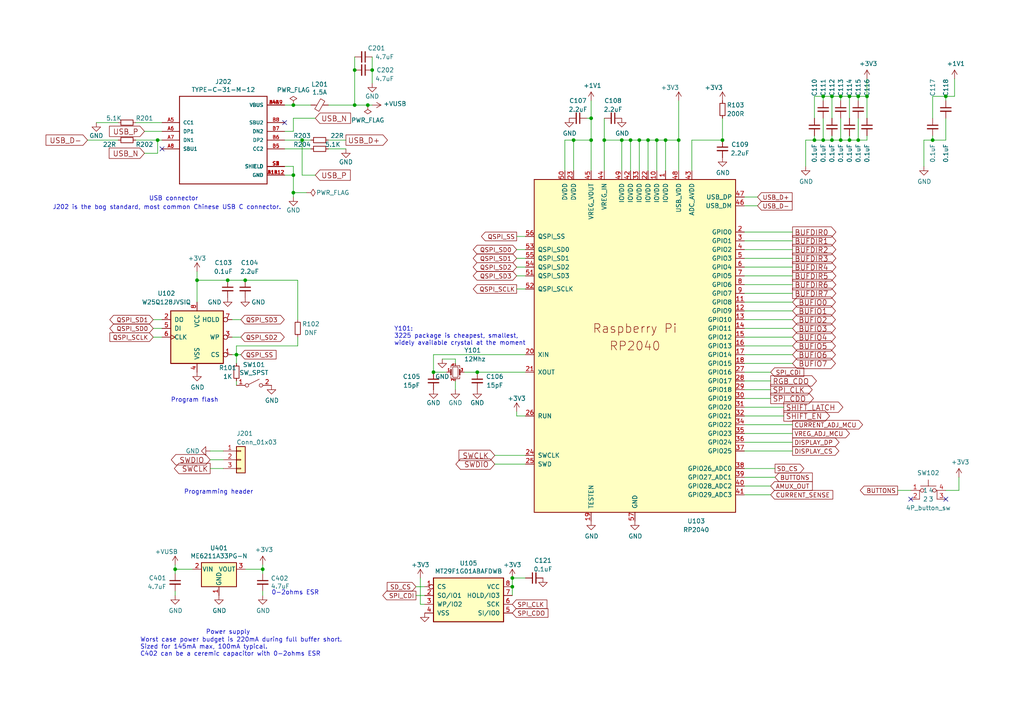
<source format=kicad_sch>
(kicad_sch (version 20231120) (generator "eeschema") (generator_version "8.0")
  (paper "A4")
  (lib_symbols
    (symbol "Connector_Generic:Conn_01x03" (pin_names (offset 1.016) hide)
      (property "Reference" "J" (at 0 5.08 0))
      (property "Value" "Conn_01x03" (at 0 -5.08 0))
      (symbol "Conn_01x03_1_1"
        (pin passive line (at -5.08 2.54 0) (length 3.81) (name "Pin_1") (number "1"))
        (pin passive line (at -5.08 0 0) (length 3.81) (name "Pin_2") (number "2"))
        (pin passive line (at -5.08 -2.54 0) (length 3.81) (name "Pin_3") (number "3"))
      )
    )
    (symbol "Device:C_Small" (pin_numbers hide) (pin_names (offset 0.254) hide)
      (property "Reference" "C" (at 0.254 1.778 0))
      (property "Value" "C_Small" (at 0.254 -2.032 0))
      (symbol "C_Small_1_1"
        (pin passive line (at 0 2.54 270) (length 2.032) (name "~") (number "1"))
        (pin passive line (at 0 -2.54 90) (length 2.032) (name "~") (number "2"))
      )
    )
    (symbol "Device:Crystal_GND24_Small" (pin_names (offset 1.016) hide)
      (property "Reference" "Y" (at 1.27 4.445 0))
      (property "Value" "Crystal_GND24_Small" (at 1.27 2.54 0))
      (symbol "Crystal_GND24_Small_1_1"
        (pin passive line (at -2.54 0 0) (length 1.27) (name "1") (number "1"))
        (pin passive line (at 0 -2.54 90) (length 0.635) (name "2") (number "2"))
        (pin passive line (at 2.54 0 180) (length 1.27) (name "3") (number "3"))
        (pin passive line (at 0 2.54 270) (length 0.635) (name "4") (number "4"))
      )
    )
    (symbol "Device:R_Small" (pin_numbers hide) (pin_names (offset 0.254) hide)
      (property "Reference" "R" (at 0.762 0.508 0))
      (property "Value" "R_Small" (at 0.762 -1.016 0))
      (symbol "R_Small_1_1"
        (pin passive line (at 0 2.54 270) (length 0.762) (name "~") (number "1"))
        (pin passive line (at 0 -2.54 90) (length 0.762) (name "~") (number "2"))
      )
    )
    (symbol "RP_Silicon:RP2040" (pin_names (offset 1.016))
      (property "Reference" "U" (at -29.21 49.53 0))
      (property "Value" "RP2040" (at 24.13 -49.53 0))
      (symbol "RP2040_0_0"
        (text "Raspberry Pi" (at 0 5.08 0) (effects (font (size 2.54 2.54))))
        (text "RP2040" (at 0 0 0) (effects (font (size 2.54 2.54))))
      )
      (symbol "RP2040_1_1"
        (pin power_in line (at 8.89 50.8 270) (length 2.54) (name "IOVDD") (number "1"))
        (pin power_in line (at 6.35 50.8 270) (length 2.54) (name "IOVDD") (number "10"))
        (pin bidirectional line (at 31.75 12.7 180) (length 2.54) (name "GPIO8") (number "11"))
        (pin bidirectional line (at 31.75 10.16 180) (length 2.54) (name "GPIO9") (number "12"))
        (pin bidirectional line (at 31.75 7.62 180) (length 2.54) (name "GPIO10") (number "13"))
        (pin bidirectional line (at 31.75 5.08 180) (length 2.54) (name "GPIO11") (number "14"))
        (pin bidirectional line (at 31.75 2.54 180) (length 2.54) (name "GPIO12") (number "15"))
        (pin bidirectional line (at 31.75 0 180) (length 2.54) (name "GPIO13") (number "16"))
        (pin bidirectional line (at 31.75 -2.54 180) (length 2.54) (name "GPIO14") (number "17"))
        (pin bidirectional line (at 31.75 -5.08 180) (length 2.54) (name "GPIO15") (number "18"))
        (pin passive line (at -12.7 -50.8 90) (length 2.54) (name "TESTEN") (number "19"))
        (pin bidirectional line (at 31.75 33.02 180) (length 2.54) (name "GPIO0") (number "2"))
        (pin input line (at -31.75 -2.54 0) (length 2.54) (name "XIN") (number "20"))
        (pin passive line (at -31.75 -7.62 0) (length 2.54) (name "XOUT") (number "21"))
        (pin power_in line (at 3.81 50.8 270) (length 2.54) (name "IOVDD") (number "22"))
        (pin power_in line (at -17.78 50.8 270) (length 2.54) (name "DVDD") (number "23"))
        (pin output line (at -31.75 -31.75 0) (length 2.54) (name "SWCLK") (number "24"))
        (pin bidirectional line (at -31.75 -34.29 0) (length 2.54) (name "SWD") (number "25"))
        (pin input line (at -31.75 -20.32 0) (length 2.54) (name "RUN") (number "26"))
        (pin bidirectional line (at 31.75 -7.62 180) (length 2.54) (name "GPIO16") (number "27"))
        (pin bidirectional line (at 31.75 -10.16 180) (length 2.54) (name "GPIO17") (number "28"))
        (pin bidirectional line (at 31.75 -12.7 180) (length 2.54) (name "GPIO18") (number "29"))
        (pin bidirectional line (at 31.75 30.48 180) (length 2.54) (name "GPIO1") (number "3"))
        (pin bidirectional line (at 31.75 -15.24 180) (length 2.54) (name "GPIO19") (number "30"))
        (pin bidirectional line (at 31.75 -17.78 180) (length 2.54) (name "GPIO20") (number "31"))
        (pin bidirectional line (at 31.75 -20.32 180) (length 2.54) (name "GPIO21") (number "32"))
        (pin power_in line (at 1.27 50.8 270) (length 2.54) (name "IOVDD") (number "33"))
        (pin bidirectional line (at 31.75 -22.86 180) (length 2.54) (name "GPIO22") (number "34"))
        (pin bidirectional line (at 31.75 -25.4 180) (length 2.54) (name "GPIO23") (number "35"))
        (pin bidirectional line (at 31.75 -27.94 180) (length 2.54) (name "GPIO24") (number "36"))
        (pin bidirectional line (at 31.75 -30.48 180) (length 2.54) (name "GPIO25") (number "37"))
        (pin bidirectional line (at 31.75 -35.56 180) (length 2.54) (name "GPIO26_ADC0") (number "38"))
        (pin bidirectional line (at 31.75 -38.1 180) (length 2.54) (name "GPIO27_ADC1") (number "39"))
        (pin bidirectional line (at 31.75 27.94 180) (length 2.54) (name "GPIO2") (number "4"))
        (pin bidirectional line (at 31.75 -40.64 180) (length 2.54) (name "GPIO28_ADC2") (number "40"))
        (pin bidirectional line (at 31.75 -43.18 180) (length 2.54) (name "GPIO29_ADC3") (number "41"))
        (pin power_in line (at -1.27 50.8 270) (length 2.54) (name "IOVDD") (number "42"))
        (pin power_in line (at 16.51 50.8 270) (length 2.54) (name "ADC_AVDD") (number "43"))
        (pin power_in line (at -8.89 50.8 270) (length 2.54) (name "VREG_IN") (number "44"))
        (pin power_out line (at -12.7 50.8 270) (length 2.54) (name "VREG_VOUT") (number "45"))
        (pin bidirectional line (at 31.75 40.64 180) (length 2.54) (name "USB_DM") (number "46"))
        (pin bidirectional line (at 31.75 43.18 180) (length 2.54) (name "USB_DP") (number "47"))
        (pin power_in line (at 12.7 50.8 270) (length 2.54) (name "USB_VDD") (number "48"))
        (pin power_in line (at -3.81 50.8 270) (length 2.54) (name "IOVDD") (number "49"))
        (pin bidirectional line (at 31.75 25.4 180) (length 2.54) (name "GPIO3") (number "5"))
        (pin power_in line (at -20.32 50.8 270) (length 2.54) (name "DVDD") (number "50"))
        (pin bidirectional line (at -31.75 20.32 0) (length 2.54) (name "QSPI_SD3") (number "51"))
        (pin output line (at -31.75 16.51 0) (length 2.54) (name "QSPI_SCLK") (number "52"))
        (pin bidirectional line (at -31.75 27.94 0) (length 2.54) (name "QSPI_SD0") (number "53"))
        (pin bidirectional line (at -31.75 22.86 0) (length 2.54) (name "QSPI_SD2") (number "54"))
        (pin bidirectional line (at -31.75 25.4 0) (length 2.54) (name "QSPI_SD1") (number "55"))
        (pin bidirectional line (at -31.75 31.75 0) (length 2.54) (name "QSPI_SS") (number "56"))
        (pin power_in line (at 0 -50.8 90) (length 2.54) (name "GND") (number "57"))
        (pin bidirectional line (at 31.75 22.86 180) (length 2.54) (name "GPIO4") (number "6"))
        (pin bidirectional line (at 31.75 20.32 180) (length 2.54) (name "GPIO5") (number "7"))
        (pin bidirectional line (at 31.75 17.78 180) (length 2.54) (name "GPIO6") (number "8"))
        (pin bidirectional line (at 31.75 15.24 180) (length 2.54) (name "GPIO7") (number "9"))
      )
    )
    (symbol "Regulator_Linear:AP2204RA-3.3" (pin_names (offset 0.254))
      (property "Reference" "U" (at -5.08 3.175 0))
      (property "Value" "AP2204RA-3.3" (at 0 3.175 0))
      (symbol "AP2204RA-3.3_1_1"
        (pin power_in line (at 0 -7.62 90) (length 2.54) (name "GND") (number "1"))
        (pin power_in line (at -7.62 0 0) (length 2.54) (name "VIN") (number "2"))
        (pin power_out line (at 7.62 0 180) (length 2.54) (name "VOUT") (number "3"))
      )
    )
    (symbol "Switch:SW_SPST" (pin_names (offset 0) hide)
      (property "Reference" "SW" (at 0 3.175 0))
      (property "Value" "SW_SPST" (at 0 -2.54 0))
      (symbol "SW_SPST_1_1"
        (pin passive line (at -5.08 0 0) (length 2.54) (name "A") (number "1"))
        (pin passive line (at 5.08 0 180) (length 2.54) (name "B") (number "2"))
      )
    )
    (symbol "TYPE-C-31-M-12_1" (pin_names (offset 1.016))
      (property "Reference" "J" (at -12.7 13.462 0))
      (property "Value" "TYPE-C-31-M-12" (at -12.7 -13.462 0))
      (symbol "TYPE-C-31-M-12_1_0_0"
        (pin power_in line (at 17.78 -10.16 180) (length 5.08) (name "GND") (number "A1B12"))
        (pin power_in line (at 17.78 10.16 180) (length 5.08) (name "VBUS") (number "A4B9"))
        (pin bidirectional line (at -17.78 5.08 0) (length 5.08) (name "CC1") (number "A5"))
        (pin bidirectional line (at -17.78 2.54 0) (length 5.08) (name "DP1") (number "A6"))
        (pin bidirectional line (at -17.78 0 0) (length 5.08) (name "DN1") (number "A7"))
        (pin bidirectional line (at -17.78 -2.54 0) (length 5.08) (name "SBU1") (number "A8"))
        (pin power_in line (at 17.78 -10.16 180) (length 5.08) (name "GND") (number "B1A12"))
        (pin power_in line (at 17.78 10.16 180) (length 5.08) (name "VBUS") (number "B4A9"))
        (pin bidirectional line (at 17.78 -2.54 180) (length 5.08) (name "CC2") (number "B5"))
        (pin bidirectional line (at 17.78 0 180) (length 5.08) (name "DP2") (number "B6"))
        (pin bidirectional line (at 17.78 2.54 180) (length 5.08) (name "DN2") (number "B7"))
        (pin bidirectional line (at 17.78 5.08 180) (length 5.08) (name "SBU2") (number "B8"))
        (pin passive line (at 17.78 -7.62 180) (length 5.08) (name "SHIELD") (number "S1"))
        (pin passive line (at 17.78 -7.62 180) (length 5.08) (name "SHIELD") (number "S2"))
        (pin passive line (at 17.78 -7.62 180) (length 5.08) (name "SHIELD") (number "S3"))
        (pin passive line (at 17.78 -7.62 180) (length 5.08) (name "SHIELD") (number "S4"))
      )
    )
    (symbol "TYPE-C-31-M-12_2" (pin_names (offset 1.016))
      (property "Reference" "J" (at -12.7 13.462 0))
      (property "Value" "TYPE-C-31-M-12" (at -12.7 -13.462 0))
      (symbol "TYPE-C-31-M-12_2_0_0"
        (pin power_in line (at 17.78 -10.16 180) (length 5.08) (name "GND") (number "A1B12"))
        (pin power_in line (at 17.78 10.16 180) (length 5.08) (name "VBUS") (number "A4B9"))
        (pin bidirectional line (at -17.78 5.08 0) (length 5.08) (name "CC1") (number "A5"))
        (pin bidirectional line (at -17.78 2.54 0) (length 5.08) (name "DP1") (number "A6"))
        (pin bidirectional line (at -17.78 0 0) (length 5.08) (name "DN1") (number "A7"))
        (pin bidirectional line (at -17.78 -2.54 0) (length 5.08) (name "SBU1") (number "A8"))
        (pin power_in line (at 17.78 -10.16 180) (length 5.08) (name "GND") (number "B1A12"))
        (pin power_in line (at 17.78 10.16 180) (length 5.08) (name "VBUS") (number "B4A9"))
        (pin bidirectional line (at 17.78 -2.54 180) (length 5.08) (name "CC2") (number "B5"))
        (pin bidirectional line (at 17.78 0 180) (length 5.08) (name "DP2") (number "B6"))
        (pin bidirectional line (at 17.78 2.54 180) (length 5.08) (name "DN2") (number "B7"))
        (pin bidirectional line (at 17.78 5.08 180) (length 5.08) (name "SBU2") (number "B8"))
        (pin passive line (at 17.78 -7.62 180) (length 5.08) (name "SHIELD") (number "S1"))
        (pin passive line (at 17.78 -7.62 180) (length 5.08) (name "SHIELD") (number "S2"))
        (pin passive line (at 17.78 -7.62 180) (length 5.08) (name "SHIELD") (number "S3"))
        (pin passive line (at 17.78 -7.62 180) (length 5.08) (name "SHIELD") (number "S4"))
      )
    )
    (symbol "dp-memory:MT29F1G01ABAFDWB" (pin_names (offset 1.016))
      (property "Reference" "U" (at 0 7.62 0))
      (property "Value" "MT29F1G01ABAFDWB" (at 0 -8.89 0))
      (symbol "MT29F1G01ABAFDWB_1_1"
        (pin input inverted (at -12.7 3.81 0) (length 2.54) (name "CS") (number "1"))
        (pin bidirectional line (at -12.7 1.27 0) (length 2.54) (name "SO/IO1") (number "2"))
        (pin bidirectional line (at -12.7 -1.27 0) (length 2.54) (name "WP/IO2") (number "3"))
        (pin power_in line (at -12.7 -3.81 0) (length 2.54) (name "VSS") (number "4"))
        (pin bidirectional line (at 12.7 -3.81 180) (length 2.54) (name "SI/IO0") (number "5"))
        (pin input line (at 12.7 -1.27 180) (length 2.54) (name "SCK") (number "6"))
        (pin bidirectional line (at 12.7 1.27 180) (length 2.54) (name "HOLD/IO3") (number "7"))
        (pin power_in line (at 12.7 3.81 180) (length 2.54) (name "VCC") (number "8"))
      )
    )
    (symbol "dp-memory:xm25qh128a" (pin_names (offset 1.016))
      (property "Reference" "U" (at 7.62 16.51 0))
      (property "Value" "xm25qh128a" (at 7.62 13.97 0))
      (symbol "xm25qh128a_1_1"
        (pin input inverted (at 10.16 0 180) (length 2.54) (name "CS") (number "1"))
        (pin output line (at -10.16 10.16 0) (length 2.54) (name "DO") (number "2"))
        (pin input inverted (at 10.16 5.08 180) (length 2.54) (name "WP") (number "3"))
        (pin power_in line (at 0 -5.08 90) (length 2.54) (name "VSS") (number "4"))
        (pin input line (at -10.16 7.62 0) (length 2.54) (name "DI") (number "5"))
        (pin input clock (at -10.16 5.08 0) (length 2.54) (name "CLK") (number "6"))
        (pin input inverted (at 10.16 10.16 180) (length 2.54) (name "HOLD") (number "7"))
        (pin power_in line (at 0 15.24 270) (length 2.54) (name "VCC") (number "8"))
      )
    )
    (symbol "dp-power:+VUSB" (power) (pin_names (offset 1.016))
      (property "Value" "+VUSB" (at 0 5.08 0))
      (symbol "+VUSB_1_1"
        (pin power_in line (at 0 0 90) (length 0) hide (name "+VUSB") (number "1"))
      )
    )
    (symbol "dp-switch:4P_button_sw" (pin_names (offset 1.016))
      (property "Reference" "SW" (at 0 6.35 0))
      (property "Value" "4P_button_sw" (at 0 -3.81 0))
      (symbol "4P_button_sw_1_1"
        (pin passive line (at -5.08 1.27 0) (length 2.54) (name "1") (number "1"))
        (pin passive line (at -5.08 -1.27 0) (length 2.54) (name "2") (number "2"))
        (pin passive line (at 5.08 -1.27 180) (length 2.54) (name "3") (number "3"))
        (pin passive line (at 5.08 1.27 180) (length 2.54) (name "4") (number "4"))
      )
    )
    (symbol "kicad5-device:Ferrite_Bead_Small" (pin_numbers hide) (pin_names (offset 0))
      (property "Reference" "FB" (at 1.905 1.27 0))
      (property "Value" "Ferrite_Bead_Small" (at 1.905 -1.27 0))
      (symbol "Ferrite_Bead_Small_1_1"
        (pin passive line (at 0 2.54 270) (length 1.27) (name "~") (number "1"))
        (pin passive line (at 0 -2.54 90) (length 1.27) (name "~") (number "2"))
      )
    )
    (symbol "power:+1V1" (power) (pin_names (offset 0))
      (property "Value" "+1V1" (at 0 3.556 0))
      (symbol "+1V1_1_1"
        (pin power_in line (at 0 0 90) (length 0) hide (name "+1V1") (number "1"))
      )
    )
    (symbol "power:+3V3" (power) (pin_names (offset 0))
      (property "Value" "+3V3" (at 0 3.556 0))
      (symbol "+3V3_1_1"
        (pin power_in line (at 0 0 90) (length 0) hide (name "+3V3") (number "1"))
      )
    )
    (symbol "power:GND" (power) (pin_names (offset 0))
      (property "Value" "GND" (at 0 -3.81 0))
      (symbol "GND_1_1"
        (pin power_in line (at 0 0 270) (length 0) hide (name "GND") (number "1"))
      )
    )
    (symbol "power:PWR_FLAG" (power) (pin_numbers hide) (pin_names (offset 0) hide)
      (property "Value" "PWR_FLAG" (at 0 3.81 0))
      (symbol "PWR_FLAG_0_0"
        (pin power_out line (at 0 0 90) (length 0) (name "pwr") (number "1"))
      )
    )
  )
  (junction (at 68.58 102.87))
  (junction (at 171.45 40.64))
  (junction (at 248.92 27.94))
  (junction (at 148.59 167.64))
  (junction (at 182.88 40.64))
  (junction (at 193.04 40.64))
  (junction (at 125.73 107.95))
  (junction (at 66.04 81.28))
  (junction (at 236.22 40.64))
  (junction (at 138.43 107.95))
  (junction (at 71.12 81.28))
  (junction (at 107.95 20.32))
  (junction (at 238.76 40.64))
  (junction (at 251.46 27.94))
  (junction (at 190.5 40.64))
  (junction (at 187.96 40.64))
  (junction (at 248.92 40.64))
  (junction (at 102.87 20.32))
  (junction (at 171.45 34.29))
  (junction (at 196.85 40.64))
  (junction (at 87.63 40.64))
  (junction (at 180.34 40.64))
  (junction (at 270.51 40.64))
  (junction (at 102.87 30.48))
  (junction (at 50.8 165.1))
  (junction (at 246.38 40.64))
  (junction (at 243.84 40.64))
  (junction (at 209.55 40.64))
  (junction (at 106.68 30.48))
  (junction (at 57.15 81.28))
  (junction (at 241.3 40.64))
  (junction (at 45.72 40.64))
  (junction (at 246.38 27.94))
  (junction (at 76.2 165.1))
  (junction (at 274.32 27.94))
  (junction (at 85.09 30.48))
  (junction (at 175.26 40.64))
  (junction (at 166.37 40.64))
  (junction (at 185.42 40.64))
  (junction (at 148.59 170.18))
  (junction (at 243.84 27.94))
  (junction (at 85.09 50.8))
  (junction (at 241.3 27.94))
  (junction (at 85.09 55.88))
  (junction (at 238.76 27.94))
  (no_connect (at 82.55 35.56))
  (no_connect (at 46.99 43.18))
  (no_connect (at 264.16 144.78))
  (no_connect (at 274.32 144.78))
  (wire (pts (xy 241.3 40.64) (xy 238.76 40.64)))
  (wire (pts (xy 143.51 134.62) (xy 152.4 134.62)))
  (wire (pts (xy 152.4 68.58) (xy 149.86 68.58)))
  (wire (pts (xy 87.63 50.8) (xy 91.44 50.8)))
  (wire (pts (xy 185.42 40.64) (xy 187.96 40.64)))
  (wire (pts (xy 200.66 40.64) (xy 200.66 49.53)))
  (wire (pts (xy 200.66 40.64) (xy 209.55 40.64)))
  (wire (pts (xy 60.96 135.89) (xy 64.77 135.89)))
  (wire (pts (xy 241.3 34.29) (xy 241.3 27.94)))
  (wire (pts (xy 82.55 50.8) (xy 85.09 50.8)))
  (wire (pts (xy 86.36 81.28) (xy 71.12 81.28)))
  (wire (pts (xy 215.9 110.49) (xy 223.52 110.49)))
  (wire (pts (xy 170.18 34.29) (xy 171.45 34.29)))
  (wire (pts (xy 95.25 43.18) (xy 100.33 43.18)))
  (wire (pts (xy 236.22 40.64) (xy 233.68 40.64)))
  (wire (pts (xy 85.09 55.88) (xy 85.09 57.15)))
  (wire (pts (xy 107.95 20.32) (xy 107.95 24.13)))
  (wire (pts (xy 86.36 100.33) (xy 86.36 97.79)))
  (wire (pts (xy 46.99 35.56) (xy 39.37 35.56)))
  (wire (pts (xy 180.34 49.53) (xy 180.34 40.64)))
  (wire (pts (xy 166.37 40.64) (xy 166.37 49.53)))
  (wire (pts (xy 68.58 102.87) (xy 67.31 102.87)))
  (wire (pts (xy 229.87 102.87) (xy 215.9 102.87)))
  (wire (pts (xy 193.04 49.53) (xy 193.04 40.64)))
  (wire (pts (xy 57.15 81.28) (xy 57.15 78.74)))
  (wire (pts (xy 85.09 48.26) (xy 85.09 50.8)))
  (wire (pts (xy 182.88 40.64) (xy 185.42 40.64)))
  (wire (pts (xy 46.99 38.1) (xy 41.91 38.1)))
  (wire (pts (xy 260.35 142.24) (xy 264.16 142.24)))
  (wire (pts (xy 91.44 34.29) (xy 85.09 34.29)))
  (wire (pts (xy 76.2 165.1) (xy 76.2 166.37)))
  (wire (pts (xy 69.85 102.87) (xy 68.58 102.87)))
  (wire (pts (xy 148.59 170.18) (xy 148.59 172.72)))
  (wire (pts (xy 243.84 34.29) (xy 243.84 40.64)))
  (wire (pts (xy 215.9 125.73) (xy 229.87 125.73)))
  (wire (pts (xy 215.9 95.25) (xy 229.87 95.25)))
  (wire (pts (xy 223.52 140.97) (xy 215.9 140.97)))
  (wire (pts (xy 50.8 163.83) (xy 50.8 165.1)))
  (wire (pts (xy 66.04 81.28) (xy 57.15 81.28)))
  (wire (pts (xy 248.92 29.21) (xy 248.92 27.94)))
  (wire (pts (xy 46.99 95.25) (xy 44.45 95.25)))
  (wire (pts (xy 152.4 132.08) (xy 143.51 132.08)))
  (wire (pts (xy 88.9 55.88) (xy 85.09 55.88)))
  (wire (pts (xy 34.29 35.56) (xy 27.94 35.56)))
  (wire (pts (xy 276.86 22.86) (xy 276.86 27.94)))
  (wire (pts (xy 171.45 34.29) (xy 171.45 29.21)))
  (wire (pts (xy 229.87 72.39) (xy 215.9 72.39)))
  (wire (pts (xy 215.9 100.33) (xy 229.87 100.33)))
  (wire (pts (xy 129.54 107.95) (xy 125.73 107.95)))
  (wire (pts (xy 248.92 27.94) (xy 246.38 27.94)))
  (wire (pts (xy 209.55 34.29) (xy 209.55 40.64)))
  (wire (pts (xy 243.84 40.64) (xy 241.3 40.64)))
  (wire (pts (xy 171.45 40.64) (xy 171.45 34.29)))
  (wire (pts (xy 251.46 27.94) (xy 251.46 22.86)))
  (wire (pts (xy 175.26 34.29) (xy 175.26 40.64)))
  (wire (pts (xy 229.87 97.79) (xy 215.9 97.79)))
  (wire (pts (xy 123.19 175.26) (xy 121.92 175.26)))
  (wire (pts (xy 76.2 163.83) (xy 76.2 165.1)))
  (wire (pts (xy 215.9 90.17) (xy 229.87 90.17)))
  (wire (pts (xy 175.26 40.64) (xy 175.26 49.53)))
  (wire (pts (xy 270.51 27.94) (xy 274.32 27.94)))
  (wire (pts (xy 60.96 133.35) (xy 64.77 133.35)))
  (wire (pts (xy 85.09 38.1) (xy 82.55 38.1)))
  (wire (pts (xy 85.09 34.29) (xy 85.09 38.1)))
  (wire (pts (xy 236.22 39.37) (xy 236.22 40.64)))
  (wire (pts (xy 85.09 30.48) (xy 90.17 30.48)))
  (wire (pts (xy 215.9 118.11) (xy 227.33 118.11)))
  (wire (pts (xy 152.4 102.87) (xy 125.73 102.87)))
  (wire (pts (xy 148.59 167.64) (xy 148.59 170.18)))
  (wire (pts (xy 57.15 87.63) (xy 57.15 81.28)))
  (wire (pts (xy 107.95 16.51) (xy 107.95 20.32)))
  (wire (pts (xy 238.76 40.64) (xy 236.22 40.64)))
  (wire (pts (xy 166.37 40.64) (xy 163.83 40.64)))
  (wire (pts (xy 68.58 102.87) (xy 68.58 100.33)))
  (wire (pts (xy 102.87 30.48) (xy 106.68 30.48)))
  (wire (pts (xy 152.4 120.65) (xy 149.86 120.65)))
  (wire (pts (xy 243.84 27.94) (xy 241.3 27.94)))
  (wire (pts (xy 82.55 48.26) (xy 85.09 48.26)))
  (wire (pts (xy 238.76 27.94) (xy 236.22 27.94)))
  (wire (pts (xy 102.87 20.32) (xy 102.87 30.48)))
  (wire (pts (xy 86.36 92.71) (xy 86.36 81.28)))
  (wire (pts (xy 270.51 34.29) (xy 270.51 27.94)))
  (wire (pts (xy 219.71 59.69) (xy 215.9 59.69)))
  (wire (pts (xy 215.9 69.85) (xy 229.87 69.85)))
  (wire (pts (xy 215.9 143.51) (xy 223.52 143.51)))
  (wire (pts (xy 90.17 40.64) (xy 87.63 40.64)))
  (wire (pts (xy 219.71 57.15) (xy 215.9 57.15)))
  (wire (pts (xy 223.52 113.03) (xy 215.9 113.03)))
  (wire (pts (xy 102.87 16.51) (xy 102.87 20.32)))
  (wire (pts (xy 238.76 34.29) (xy 238.76 40.64)))
  (wire (pts (xy 229.87 128.27) (xy 215.9 128.27)))
  (wire (pts (xy 236.22 34.29) (xy 236.22 27.94)))
  (wire (pts (xy 68.58 111.76) (xy 68.58 110.49)))
  (wire (pts (xy 246.38 39.37) (xy 246.38 40.64)))
  (wire (pts (xy 224.79 138.43) (xy 215.9 138.43)))
  (wire (pts (xy 229.87 92.71) (xy 215.9 92.71)))
  (wire (pts (xy 152.4 167.64) (xy 148.59 167.64)))
  (wire (pts (xy 50.8 171.45) (xy 50.8 172.72)))
  (wire (pts (xy 60.96 130.81) (xy 64.77 130.81)))
  (wire (pts (xy 190.5 49.53) (xy 190.5 40.64)))
  (wire (pts (xy 251.46 39.37) (xy 251.46 40.64)))
  (wire (pts (xy 193.04 40.64) (xy 196.85 40.64)))
  (wire (pts (xy 215.9 105.41) (xy 229.87 105.41)))
  (wire (pts (xy 95.25 30.48) (xy 102.87 30.48)))
  (wire (pts (xy 278.13 138.43) (xy 278.13 142.24)))
  (wire (pts (xy 241.3 27.94) (xy 238.76 27.94)))
  (wire (pts (xy 46.99 40.64) (xy 45.72 40.64)))
  (wire (pts (xy 251.46 40.64) (xy 248.92 40.64)))
  (wire (pts (xy 68.58 100.33) (xy 86.36 100.33)))
  (wire (pts (xy 196.85 49.53) (xy 196.85 40.64)))
  (wire (pts (xy 229.87 67.31) (xy 215.9 67.31)))
  (wire (pts (xy 46.99 92.71) (xy 44.45 92.71)))
  (wire (pts (xy 95.25 40.64) (xy 100.33 40.64)))
  (wire (pts (xy 238.76 29.21) (xy 238.76 27.94)))
  (wire (pts (xy 248.92 40.64) (xy 246.38 40.64)))
  (wire (pts (xy 82.55 40.64) (xy 87.63 40.64)))
  (wire (pts (xy 182.88 49.53) (xy 182.88 40.64)))
  (wire (pts (xy 274.32 34.29) (xy 274.32 40.64)))
  (wire (pts (xy 187.96 40.64) (xy 190.5 40.64)))
  (wire (pts (xy 267.97 40.64) (xy 267.97 48.26)))
  (wire (pts (xy 229.87 87.63) (xy 215.9 87.63)))
  (wire (pts (xy 152.4 83.82) (xy 149.86 83.82)))
  (wire (pts (xy 215.9 85.09) (xy 229.87 85.09)))
  (wire (pts (xy 71.12 81.28) (xy 66.04 81.28)))
  (wire (pts (xy 45.72 44.45) (xy 45.72 40.64)))
  (wire (pts (xy 45.72 40.64) (xy 39.37 40.64)))
  (wire (pts (xy 123.19 170.18) (xy 120.65 170.18)))
  (wire (pts (xy 68.58 105.41) (xy 68.58 102.87)))
  (wire (pts (xy 246.38 40.64) (xy 243.84 40.64)))
  (wire (pts (xy 229.87 77.47) (xy 215.9 77.47)))
  (wire (pts (xy 248.92 34.29) (xy 248.92 40.64)))
  (wire (pts (xy 223.52 115.57) (xy 215.9 115.57)))
  (wire (pts (xy 171.45 49.53) (xy 171.45 40.64)))
  (wire (pts (xy 241.3 39.37) (xy 241.3 40.64)))
  (wire (pts (xy 274.32 142.24) (xy 278.13 142.24)))
  (wire (pts (xy 251.46 34.29) (xy 251.46 27.94)))
  (wire (pts (xy 171.45 40.64) (xy 166.37 40.64)))
  (wire (pts (xy 215.9 135.89) (xy 224.79 135.89)))
  (wire (pts (xy 132.08 110.49) (xy 132.08 113.03)))
  (wire (pts (xy 274.32 27.94) (xy 274.32 29.21)))
  (wire (pts (xy 223.52 107.95) (xy 215.9 107.95)))
  (wire (pts (xy 34.29 40.64) (xy 25.4 40.64)))
  (wire (pts (xy 190.5 40.64) (xy 193.04 40.64)))
  (wire (pts (xy 50.8 166.37) (xy 50.8 165.1)))
  (wire (pts (xy 120.65 172.72) (xy 123.19 172.72)))
  (wire (pts (xy 270.51 39.37) (xy 270.51 40.64)))
  (wire (pts (xy 185.42 49.53) (xy 185.42 40.64)))
  (wire (pts (xy 163.83 40.64) (xy 163.83 49.53)))
  (wire (pts (xy 215.9 80.01) (xy 229.87 80.01)))
  (wire (pts (xy 246.38 27.94) (xy 243.84 27.94)))
  (wire (pts (xy 132.08 104.14) (xy 132.08 105.41)))
  (wire (pts (xy 87.63 40.64) (xy 87.63 50.8)))
  (wire (pts (xy 246.38 34.29) (xy 246.38 27.94)))
  (wire (pts (xy 82.55 30.48) (xy 85.09 30.48)))
  (wire (pts (xy 196.85 40.64) (xy 196.85 29.21)))
  (wire (pts (xy 152.4 80.01) (xy 149.86 80.01)))
  (wire (pts (xy 69.85 92.71) (xy 67.31 92.71)))
  (wire (pts (xy 227.33 120.65) (xy 215.9 120.65)))
  (wire (pts (xy 229.87 130.81) (xy 215.9 130.81)))
  (wire (pts (xy 82.55 43.18) (xy 90.17 43.18)))
  (wire (pts (xy 187.96 49.53) (xy 187.96 40.64)))
  (wire (pts (xy 180.34 40.64) (xy 182.88 40.64)))
  (wire (pts (xy 152.4 72.39) (xy 149.86 72.39)))
  (wire (pts (xy 152.4 74.93) (xy 149.86 74.93)))
  (wire (pts (xy 248.92 27.94) (xy 251.46 27.94)))
  (wire (pts (xy 125.73 102.87) (xy 125.73 107.95)))
  (wire (pts (xy 270.51 40.64) (xy 274.32 40.64)))
  (wire (pts (xy 215.9 74.93) (xy 229.87 74.93)))
  (wire (pts (xy 69.85 97.79) (xy 67.31 97.79)))
  (wire (pts (xy 152.4 107.95) (xy 138.43 107.95)))
  (wire (pts (xy 128.27 104.14) (xy 132.08 104.14)))
  (wire (pts (xy 267.97 40.64) (xy 270.51 40.64)))
  (wire (pts (xy 229.87 82.55) (xy 215.9 82.55)))
  (wire (pts (xy 85.09 50.8) (xy 85.09 55.88)))
  (wire (pts (xy 243.84 29.21) (xy 243.84 27.94)))
  (wire (pts (xy 106.68 30.48) (xy 107.95 30.48)))
  (wire (pts (xy 134.62 107.95) (xy 138.43 107.95)))
  (wire (pts (xy 149.86 120.65) (xy 149.86 119.38)))
  (wire (pts (xy 229.87 123.19) (xy 215.9 123.19)))
  (wire (pts (xy 46.99 97.79) (xy 44.45 97.79)))
  (wire (pts (xy 276.86 27.94) (xy 274.32 27.94)))
  (wire (pts (xy 71.12 165.1) (xy 76.2 165.1)))
  (wire (pts (xy 76.2 171.45) (xy 76.2 172.72)))
  (wire (pts (xy 152.4 77.47) (xy 149.86 77.47)))
  (wire (pts (xy 41.91 44.45) (xy 45.72 44.45)))
  (wire (pts (xy 121.92 175.26) (xy 121.92 167.64)))
  (wire (pts (xy 180.34 40.64) (xy 175.26 40.64)))
  (wire (pts (xy 55.88 165.1) (xy 50.8 165.1)))
  (wire (pts (xy 233.68 40.64) (xy 233.68 48.26)))
  (text "USB connector" (at 43.18 58.42 0) (effects (font (size 1.27 1.27)) (justify left bottom)))
  (text "Y101:\n3225 package is cheapest, smallest, \nwidely available crystal at the moment" (at 114.3 100.33 0) (effects (font (size 1.27 1.27)) (justify left bottom)))
  (text "Power supply" (at 59.69 184.15 0) (effects (font (size 1.27 1.27)) (justify left bottom)))
  (text "J202 is the bog standard, most common Chinese USB C connector." (at 15.24 60.96 0) (effects (font (size 1.27 1.27)) (justify left bottom)))
  (text "Program flash" (at 49.53 116.84 0) (effects (font (size 1.27 1.27)) (justify left bottom)))
  (text "Worst case power budget is 220mA during full buffer short.\nSized for 145mA max, 100mA typical.\nC402 can be a ceremic capacitor with 0-2ohms ESR" (at 40.64 190.5 0) (effects (font (size 1.27 1.27)) (justify left bottom)))
  (text "Programming header" (at 53.34 143.51 0) (effects (font (size 1.27 1.27)) (justify left bottom)))
  (text "0-2ohms ESR\n" (at 78.74 172.72 0) (effects (font (size 1.27 1.27)) (justify left bottom)))
  (global_label "QSPI_SD3" (shape bidirectional) (at 149.86 80.01 180) (property "Intersheetrefs" "${INTERSHEET_REFS}" (effects (hide yes))))
  (global_label "QSPI_SCLK" (shape input) (at 44.45 97.79 180) (property "Intersheetrefs" "${INTERSHEET_REFS}" (effects (hide yes))))
  (global_label "SPI_CDO" (shape input) (at 148.59 177.8 0) (property "Intersheetrefs" "${INTERSHEET_REFS}" (effects (hide yes))))
  (global_label "BUFDIR4" (shape output) (at 229.87 77.47 0) (effects (font (size 1.524 1.524))) (property "Intersheetrefs" "${INTERSHEET_REFS}" (effects (hide yes))))
  (global_label "BUFDIR3" (shape output) (at 229.87 74.93 0) (effects (font (size 1.524 1.524))) (property "Intersheetrefs" "${INTERSHEET_REFS}" (effects (hide yes))))
  (global_label "QSPI_SS" (shape input) (at 69.85 102.87 0) (property "Intersheetrefs" "${INTERSHEET_REFS}" (effects (hide yes))))
  (global_label "SD_CS" (shape output) (at 224.79 135.89 0) (property "Intersheetrefs" "${INTERSHEET_REFS}" (effects (hide yes))))
  (global_label "SWCLK" (shape input) (at 143.51 132.08 180) (effects (font (size 1.524 1.524))) (property "Intersheetrefs" "${INTERSHEET_REFS}" (effects (hide yes))))
  (global_label "RGB_CDO" (shape output) (at 223.52 110.49 0) (effects (font (size 1.524 1.524))) (property "Intersheetrefs" "${INTERSHEET_REFS}" (effects (hide yes))))
  (global_label "SPI_CDI" (shape output) (at 120.65 172.72 180) (property "Intersheetrefs" "${INTERSHEET_REFS}" (effects (hide yes))))
  (global_label "SD_CS" (shape input) (at 120.65 170.18 180) (property "Intersheetrefs" "${INTERSHEET_REFS}" (effects (hide yes))))
  (global_label "DISPLAY_CS" (shape output) (at 229.87 130.81 0) (property "Intersheetrefs" "${INTERSHEET_REFS}" (effects (hide yes))))
  (global_label "USB_N" (shape input) (at 41.91 44.45 180) (effects (font (size 1.524 1.524))) (property "Intersheetrefs" "${INTERSHEET_REFS}" (effects (hide yes))))
  (global_label "USB_P" (shape input) (at 41.91 38.1 180) (effects (font (size 1.524 1.524))) (property "Intersheetrefs" "${INTERSHEET_REFS}" (effects (hide yes))))
  (global_label "BUFIO0" (shape bidirectional) (at 229.87 87.63 0) (effects (font (size 1.524 1.524))) (property "Intersheetrefs" "${INTERSHEET_REFS}" (effects (hide yes))))
  (global_label "SWCLK" (shape output) (at 60.96 135.89 180) (effects (font (size 1.524 1.524))) (property "Intersheetrefs" "${INTERSHEET_REFS}" (effects (hide yes))))
  (global_label "QSPI_SD1" (shape bidirectional) (at 149.86 74.93 180) (property "Intersheetrefs" "${INTERSHEET_REFS}" (effects (hide yes))))
  (global_label "VREG_ADJ_MCU" (shape output) (at 229.87 125.73 0) (property "Intersheetrefs" "${INTERSHEET_REFS}" (effects (hide yes))))
  (global_label "CURRENT_ADJ_MCU" (shape output) (at 229.87 123.19 0) (property "Intersheetrefs" "${INTERSHEET_REFS}" (effects (hide yes))))
  (global_label "SPI_CDI" (shape input) (at 223.52 107.95 0) (property "Intersheetrefs" "${INTERSHEET_REFS}" (effects (hide yes))))
  (global_label "BUFDIR7" (shape output) (at 229.87 85.09 0) (effects (font (size 1.524 1.524))) (property "Intersheetrefs" "${INTERSHEET_REFS}" (effects (hide yes))))
  (global_label "BUFIO4" (shape bidirectional) (at 229.87 97.79 0) (effects (font (size 1.524 1.524))) (property "Intersheetrefs" "${INTERSHEET_REFS}" (effects (hide yes))))
  (global_label "BUFDIR2" (shape output) (at 229.87 72.39 0) (effects (font (size 1.524 1.524))) (property "Intersheetrefs" "${INTERSHEET_REFS}" (effects (hide yes))))
  (global_label "BUFIO1" (shape bidirectional) (at 229.87 90.17 0) (effects (font (size 1.524 1.524))) (property "Intersheetrefs" "${INTERSHEET_REFS}" (effects (hide yes))))
  (global_label "QSPI_SD2" (shape bidirectional) (at 69.85 97.79 0) (property "Intersheetrefs" "${INTERSHEET_REFS}" (effects (hide yes))))
  (global_label "BUFDIR6" (shape output) (at 229.87 82.55 0) (effects (font (size 1.524 1.524))) (property "Intersheetrefs" "${INTERSHEET_REFS}" (effects (hide yes))))
  (global_label "SHIFT_EN" (shape output) (at 227.33 120.65 0) (effects (font (size 1.524 1.524))) (property "Intersheetrefs" "${INTERSHEET_REFS}" (effects (hide yes))))
  (global_label "BUFIO6" (shape bidirectional) (at 229.87 102.87 0) (effects (font (size 1.524 1.524))) (property "Intersheetrefs" "${INTERSHEET_REFS}" (effects (hide yes))))
  (global_label "BUTTONS" (shape output) (at 260.35 142.24 180) (property "Intersheetrefs" "${INTERSHEET_REFS}" (effects (hide yes))))
  (global_label "CURRENT_SENSE" (shape input) (at 223.52 143.51 0) (property "Intersheetrefs" "${INTERSHEET_REFS}" (effects (hide yes))))
  (global_label "QSPI_SD1" (shape bidirectional) (at 44.45 92.71 180) (property "Intersheetrefs" "${INTERSHEET_REFS}" (effects (hide yes))))
  (global_label "BUTTONS" (shape input) (at 224.79 138.43 0) (property "Intersheetrefs" "${INTERSHEET_REFS}" (effects (hide yes))))
  (global_label "QSPI_SS" (shape output) (at 149.86 68.58 180) (property "Intersheetrefs" "${INTERSHEET_REFS}" (effects (hide yes))))
  (global_label "QSPI_SD0" (shape bidirectional) (at 149.86 72.39 180) (property "Intersheetrefs" "${INTERSHEET_REFS}" (effects (hide yes))))
  (global_label "USB_D-" (shape input) (at 25.4 40.64 180) (effects (font (size 1.524 1.524))) (property "Intersheetrefs" "${INTERSHEET_REFS}" (effects (hide yes))))
  (global_label "DISPLAY_DP" (shape output) (at 229.87 128.27 0) (property "Intersheetrefs" "${INTERSHEET_REFS}" (effects (hide yes))))
  (global_label "SHIFT_LATCH" (shape output) (at 227.33 118.11 0) (effects (font (size 1.524 1.524))) (property "Intersheetrefs" "${INTERSHEET_REFS}" (effects (hide yes))))
  (global_label "SPI_CLK" (shape input) (at 148.59 175.26 0) (property "Intersheetrefs" "${INTERSHEET_REFS}" (effects (hide yes))))
  (global_label "QSPI_SCLK" (shape output) (at 149.86 83.82 180) (property "Intersheetrefs" "${INTERSHEET_REFS}" (effects (hide yes))))
  (global_label "SPI_CLK" (shape output) (at 223.52 113.03 0) (effects (font (size 1.524 1.524))) (property "Intersheetrefs" "${INTERSHEET_REFS}" (effects (hide yes))))
  (global_label "BUFDIR1" (shape output) (at 229.87 69.85 0) (effects (font (size 1.524 1.524))) (property "Intersheetrefs" "${INTERSHEET_REFS}" (effects (hide yes))))
  (global_label "USB_D+" (shape input) (at 219.71 57.15 0) (property "Intersheetrefs" "${INTERSHEET_REFS}" (effects (hide yes))))
  (global_label "USB_P" (shape input) (at 91.44 50.8 0) (effects (font (size 1.524 1.524))) (property "Intersheetrefs" "${INTERSHEET_REFS}" (effects (hide yes))))
  (global_label "BUFDIR5" (shape output) (at 229.87 80.01 0) (effects (font (size 1.524 1.524))) (property "Intersheetrefs" "${INTERSHEET_REFS}" (effects (hide yes))))
  (global_label "AMUX_OUT" (shape input) (at 223.52 140.97 0) (property "Intersheetrefs" "${INTERSHEET_REFS}" (effects (hide yes))))
  (global_label "QSPI_SD2" (shape bidirectional) (at 149.86 77.47 180) (property "Intersheetrefs" "${INTERSHEET_REFS}" (effects (hide yes))))
  (global_label "USB_N" (shape input) (at 91.44 34.29 0) (effects (font (size 1.524 1.524))) (property "Intersheetrefs" "${INTERSHEET_REFS}" (effects (hide yes))))
  (global_label "BUFIO7" (shape bidirectional) (at 229.87 105.41 0) (effects (font (size 1.524 1.524))) (property "Intersheetrefs" "${INTERSHEET_REFS}" (effects (hide yes))))
  (global_label "BUFIO2" (shape bidirectional) (at 229.87 92.71 0) (effects (font (size 1.524 1.524))) (property "Intersheetrefs" "${INTERSHEET_REFS}" (effects (hide yes))))
  (global_label "QSPI_SD3" (shape bidirectional) (at 69.85 92.71 0) (property "Intersheetrefs" "${INTERSHEET_REFS}" (effects (hide yes))))
  (global_label "SWDIO" (shape bidirectional) (at 60.96 133.35 180) (effects (font (size 1.524 1.524))) (property "Intersheetrefs" "${INTERSHEET_REFS}" (effects (hide yes))))
  (global_label "BUFDIR0" (shape output) (at 229.87 67.31 0) (effects (font (size 1.524 1.524))) (property "Intersheetrefs" "${INTERSHEET_REFS}" (effects (hide yes))))
  (global_label "SPI_CDO" (shape output) (at 223.52 115.57 0) (effects (font (size 1.524 1.524))) (property "Intersheetrefs" "${INTERSHEET_REFS}" (effects (hide yes))))
  (global_label "USB_D+" (shape output) (at 100.33 40.64 0) (effects (font (size 1.524 1.524))) (property "Intersheetrefs" "${INTERSHEET_REFS}" (effects (hide yes))))
  (global_label "BUFIO3" (shape bidirectional) (at 229.87 95.25 0) (effects (font (size 1.524 1.524))) (property "Intersheetrefs" "${INTERSHEET_REFS}" (effects (hide yes))))
  (global_label "SWDIO" (shape bidirectional) (at 143.51 134.62 180) (effects (font (size 1.524 1.524))) (property "Intersheetrefs" "${INTERSHEET_REFS}" (effects (hide yes))))
  (global_label "QSPI_SD0" (shape bidirectional) (at 44.45 95.25 180) (property "Intersheetrefs" "${INTERSHEET_REFS}" (effects (hide yes))))
  (global_label "BUFIO5" (shape bidirectional) (at 229.87 100.33 0) (effects (font (size 1.524 1.524))) (property "Intersheetrefs" "${INTERSHEET_REFS}" (effects (hide yes))))
  (global_label "USB_D-" (shape input) (at 219.71 59.69 0) (property "Intersheetrefs" "${INTERSHEET_REFS}" (effects (hide yes))))
  (symbol (lib_id "Device:C_Small") (at 50.8 168.91 0) (unit 1)
    (property "Reference" "C401" (at 48.26 167.64 0) (effects (justify right)))
    (property "Value" "4.7uF" (at 48.26 170.18 0) (effects (justify right)))
    (property "Footprint" "Capacitor_SMD:C_0402_1005Metric" (effects (hide yes)))
    (property "RMB" "0.037726" (effects (hide yes)))
    (property "Supplier" "https://item.szlcsc.com/1877.html" (effects (hide yes)))
  )
  (symbol (lib_id "Device:C_Small") (at 76.2 168.91 0) (unit 1)
    (property "Reference" "C402" (at 78.5368 167.7416 0) (effects (justify left)))
    (property "Value" "4.7uF" (at 78.5368 170.053 0) (effects (justify left)))
    (property "Footprint" "Capacitor_SMD:C_0402_1005Metric" (effects (hide yes)))
    (property "RMB" "0.043101" (effects (hide yes)))
    (property "Supplier" "https://item.szlcsc.com/108589.html" (effects (hide yes)))
  )
  (symbol (lib_id "power:GND") (at 63.5 172.72 0) (unit 1)
    (property "Reference" "#PWR0403" (effects (hide yes)))
    (property "Value" "GND" (at 63.627 177.1142 0))
  )
  (symbol (lib_id "power:GND") (at 50.8 172.72 0) (unit 1)
    (property "Reference" "#PWR0402" (effects (hide yes)))
    (property "Value" "GND" (at 50.927 177.1142 0))
  )
  (symbol (lib_id "power:GND") (at 76.2 172.72 0) (unit 1)
    (property "Reference" "#PWR0405" (effects (hide yes)))
    (property "Value" "GND" (at 76.327 177.1142 0))
  )
  (symbol (lib_id "power:+3V3") (at 76.2 163.83 0) (unit 1)
    (property "Reference" "#PWR0404" (effects (hide yes)))
    (property "Value" "+3V3" (at 76.581 159.4358 0))
  )
  (symbol (lib_id "kicad5-device:Ferrite_Bead_Small") (at 92.71 30.48 270) (unit 1)
    (property "Reference" "L201" (at 92.71 24.4602 90))
    (property "Value" "1.5A" (at 92.71 26.7716 90))
    (property "Footprint" "Inductor_SMD:L_0805_2012Metric" (effects (hide yes)))
    (property "RMB" "0.175802	0.175802" (effects (hide yes)))
    (property "Supplier" "https://item.szlcsc.com/263551.html" (effects (hide yes)))
  )
  (symbol (lib_id "power:GND") (at 107.95 24.13 0) (unit 1)
    (property "Reference" "#PWR0205" (effects (hide yes)))
    (property "Value" "GND" (at 107.95 27.94 0))
  )
  (symbol (lib_id "Device:R_Small") (at 36.83 35.56 90) (mirror x) (unit 1)
    (property "Reference" "R201" (at 41.91 34.29 90))
    (property "Value" "5.1K" (at 33.02 34.29 90))
    (property "Footprint" "Resistor_SMD:R_0402_1005Metric" (effects (hide yes)))
    (property "RMB" "0.0065" (effects (hide yes)))
    (property "Supplier" "https://item.szlcsc.com/107087.html" (effects (hide yes)))
  )
  (symbol (lib_id "Device:R_Small") (at 92.71 43.18 270) (unit 1)
    (property "Reference" "R204" (at 87.63 41.91 90))
    (property "Value" "5.1K" (at 96.52 41.91 90))
    (property "Footprint" "Resistor_SMD:R_0402_1005Metric" (effects (hide yes)))
    (property "RMB" "0.0065" (effects (hide yes)))
    (property "Supplier" "https://item.szlcsc.com/107087.html" (effects (hide yes)))
  )
  (symbol (lib_id "power:GND") (at 100.33 43.18 0) (unit 1)
    (property "Reference" "#PWR0204" (effects (hide yes)))
    (property "Value" "GND" (at 100.33 46.99 0))
  )
  (symbol (lib_id "Device:R_Small") (at 36.83 40.64 90) (mirror x) (unit 1)
    (property "Reference" "R202" (at 41.91 41.91 90))
    (property "Value" "22R" (at 31.75 41.91 90))
    (property "Footprint" "Resistor_SMD:R_0402_1005Metric" (effects (hide yes)))
    (property "RMB" "0.006505" (effects (hide yes)))
    (property "Supplier" "https://item.szlcsc.com/116009.html" (effects (hide yes)))
  )
  (symbol (lib_id "power:GND") (at 85.09 57.15 0) (unit 1)
    (property "Reference" "#PWR0203" (effects (hide yes)))
    (property "Value" "GND" (at 85.09 60.96 0))
  )
  (symbol (lib_id "power:GND") (at 60.96 130.81 270) (unit 1)
    (property "Reference" "#PWR0202" (effects (hide yes)))
    (property "Value" "GND" (at 55.88 130.81 90))
  )
  (symbol (lib_id "dp-power:+VUSB") (at 50.8 163.83 0) (unit 1)
    (property "Reference" "#PWR0401" (effects (hide yes)))
    (property "Value" "+VUSB" (at 48.26 160.02 0))
  )
  (symbol (lib_id "dp-power:+VUSB") (at 107.95 30.48 270) (unit 1)
    (property "Reference" "#PWR0206" (effects (hide yes)))
    (property "Value" "+VUSB" (at 111.2012 30.099 90) (effects (justify left)))
  )
  (symbol (lib_id "power:PWR_FLAG") (at 85.09 30.48 0) (unit 1)
    (property "Reference" "#FLG0201" (effects (hide yes)))
    (property "Value" "PWR_FLAG" (at 85.09 26.0858 0))
  )
  (symbol (lib_id "power:GND") (at 27.94 35.56 0) (unit 1)
    (property "Reference" "#PWR0201" (effects (hide yes)))
    (property "Value" "GND" (at 27.94 39.37 0))
  )
  (symbol (lib_id "power:PWR_FLAG") (at 106.68 30.48 180) (unit 1)
    (property "Reference" "#FLG0203" (effects (hide yes)))
    (property "Value" "PWR_FLAG" (at 106.68 34.8742 0))
  )
  (symbol (lib_id "power:PWR_FLAG") (at 88.9 55.88 270) (unit 1)
    (property "Reference" "#FLG0202" (effects (hide yes)))
    (property "Value" "PWR_FLAG" (at 96.52 55.88 90))
  )
  (symbol (lib_id "RP_Silicon:RP2040") (at 184.15 100.33 0) (unit 1)
    (property "Reference" "U103" (at 201.93 151.13 0))
    (property "Value" "RP2040" (at 201.93 153.67 0))
    (property "Footprint" "RP_Silicon:RP2040-QFN-56" (effects (hide yes)))
    (property "USD" "1" (effects (hide yes)))
  )
  (symbol (lib_id "Device:C_Small") (at 66.04 83.82 0) (unit 1)
    (property "Reference" "C103" (at 64.77 76.2 0))
    (property "Value" "0.1uF" (at 64.77 78.74 0))
    (property "Footprint" "Capacitor_SMD:C_0402_1005Metric" (effects (hide yes)))
    (property "RMB" "0.00628" (effects (hide yes)))
    (property "Supplier" "https://item.szlcsc.com/1877.html" (effects (hide yes)))
  )
  (symbol (lib_id "power:GND") (at 66.04 86.36 0) (unit 1)
    (property "Reference" "#PWR0107" (effects (hide yes)))
    (property "Value" "GND" (at 62.23 87.63 0))
  )
  (symbol (lib_id "power:GND") (at 57.15 107.95 0) (unit 1)
    (property "Reference" "#PWR0105" (effects (hide yes)))
    (property "Value" "GND" (at 57.277 112.3442 0))
  )
  (symbol (lib_id "power:+3V3") (at 57.15 78.74 0) (unit 1)
    (property "Reference" "#PWR0104" (effects (hide yes)))
    (property "Value" "+3V3" (at 57.15 74.93 0))
  )
  (symbol (lib_id "power:GND") (at 171.45 151.13 0) (unit 1)
    (property "Reference" "#PWR0118" (effects (hide yes)))
    (property "Value" "GND" (at 171.577 155.5242 0))
  )
  (symbol (lib_id "power:GND") (at 184.15 151.13 0) (unit 1)
    (property "Reference" "#PWR0120" (effects (hide yes)))
    (property "Value" "GND" (at 184.277 155.5242 0))
  )
  (symbol (lib_id "power:GND") (at 138.43 113.03 0) (unit 1)
    (property "Reference" "#PWR0114" (effects (hide yes)))
    (property "Value" "GND" (at 138.43 116.84 0))
  )
  (symbol (lib_id "Device:C_Small") (at 138.43 110.49 0) (unit 1)
    (property "Reference" "C106" (at 143.51 109.22 0))
    (property "Value" "15pF" (at 143.51 111.76 0))
    (property "Footprint" "Capacitor_SMD:C_0402_1005Metric" (effects (hide yes)))
    (property "RMB" "0.022142" (effects (hide yes)))
    (property "Supplier" "https://item.szlcsc.com/306263.html" (effects (hide yes)))
  )
  (symbol (lib_id "power:GND") (at 125.73 113.03 0) (unit 1)
    (property "Reference" "#PWR0111" (effects (hide yes)))
    (property "Value" "GND" (at 125.73 116.84 0))
  )
  (symbol (lib_id "Device:C_Small") (at 125.73 110.49 0) (unit 1)
    (property "Reference" "C105" (at 119.38 109.22 0))
    (property "Value" "15pF" (at 119.38 111.76 0))
    (property "Footprint" "Capacitor_SMD:C_0402_1005Metric" (effects (hide yes)))
    (property "RMB" "0.022142" (effects (hide yes)))
    (property "Supplier" "https://item.szlcsc.com/306263.html" (effects (hide yes)))
  )
  (symbol (lib_id "Device:R_Small") (at 92.71 40.64 270) (mirror x) (unit 1)
    (property "Reference" "R203" (at 87.63 39.37 90))
    (property "Value" "22R" (at 97.79 39.37 90))
    (property "Footprint" "Resistor_SMD:R_0402_1005Metric" (effects (hide yes)))
    (property "RMB" "0.006505" (effects (hide yes)))
    (property "Supplier" "https://item.szlcsc.com/116009.html" (effects (hide yes)))
  )
  (symbol (lib_id "Device:C_Small") (at 177.8 34.29 270) (unit 1)
    (property "Reference" "C108" (at 177.8 29.21 90))
    (property "Value" "2.2uF" (at 177.8 31.75 90))
    (property "Footprint" "Capacitor_SMD:C_0402_1005Metric" (effects (hide yes)))
    (property "RMB" "0.043101" (effects (hide yes)))
    (property "Supplier" "https://item.szlcsc.com/108589.html" (effects (hide yes)))
  )
  (symbol (lib_id "Device:C_Small") (at 236.22 36.83 0) (unit 1)
    (property "Reference" "C110" (at 236.22 25.4 90))
    (property "Value" "0.1uF" (at 236.22 44.45 90))
    (property "Footprint" "Capacitor_SMD:C_0402_1005Metric" (effects (hide yes)))
    (property "RMB" "0.00628" (effects (hide yes)))
    (property "Supplier" "https://item.szlcsc.com/1877.html" (effects (hide yes)))
  )
  (symbol (lib_id "Device:C_Small") (at 238.76 31.75 0) (unit 1)
    (property "Reference" "C111" (at 238.76 25.4 90))
    (property "Value" "0.1uF" (at 238.76 44.45 90))
    (property "Footprint" "Capacitor_SMD:C_0402_1005Metric" (effects (hide yes)))
    (property "RMB" "0.00628" (effects (hide yes)))
    (property "Supplier" "https://item.szlcsc.com/1877.html" (effects (hide yes)))
  )
  (symbol (lib_id "power:+3V3") (at 251.46 22.86 0) (unit 1)
    (property "Reference" "#PWR0125" (effects (hide yes)))
    (property "Value" "+3V3" (at 251.841 18.4658 0))
  )
  (symbol (lib_id "power:GND") (at 233.68 48.26 0) (unit 1)
    (property "Reference" "#PWR0124" (effects (hide yes)))
    (property "Value" "GND" (at 233.807 52.6542 0))
  )
  (symbol (lib_id "Device:C_Small") (at 241.3 36.83 0) (unit 1)
    (property "Reference" "C112" (at 241.3 25.4 90))
    (property "Value" "0.1uF" (at 241.3 44.45 90))
    (property "Footprint" "Capacitor_SMD:C_0402_1005Metric" (effects (hide yes)))
    (property "RMB" "0.00628" (effects (hide yes)))
    (property "Supplier" "https://item.szlcsc.com/1877.html" (effects (hide yes)))
  )
  (symbol (lib_id "Device:C_Small") (at 243.84 31.75 0) (unit 1)
    (property "Reference" "C113" (at 243.84 25.4 90))
    (property "Value" "0.1uF" (at 243.84 44.45 90))
    (property "Footprint" "Capacitor_SMD:C_0402_1005Metric" (effects (hide yes)))
    (property "RMB" "0.00628" (effects (hide yes)))
    (property "Supplier" "https://item.szlcsc.com/1877.html" (effects (hide yes)))
  )
  (symbol (lib_id "Device:C_Small") (at 246.38 36.83 0) (unit 1)
    (property "Reference" "C114" (at 246.38 25.4 90))
    (property "Value" "0.1uF" (at 246.38 44.45 90))
    (property "Footprint" "Capacitor_SMD:C_0402_1005Metric" (effects (hide yes)))
    (property "RMB" "0.00628" (effects (hide yes)))
    (property "Supplier" "https://item.szlcsc.com/1877.html" (effects (hide yes)))
  )
  (symbol (lib_id "Device:C_Small") (at 248.92 31.75 0) (unit 1)
    (property "Reference" "C115" (at 248.92 25.4 90))
    (property "Value" "0.1uF" (at 248.92 44.45 90))
    (property "Footprint" "Capacitor_SMD:C_0402_1005Metric" (effects (hide yes)))
    (property "RMB" "0.00628" (effects (hide yes)))
    (property "Supplier" "https://item.szlcsc.com/1877.html" (effects (hide yes)))
  )
  (symbol (lib_id "power:+3V3") (at 196.85 29.21 0) (unit 1)
    (property "Reference" "#PWR0121" (effects (hide yes)))
    (property "Value" "+3V3" (at 194.31 25.4 0))
  )
  (symbol (lib_id "power:GND") (at 180.34 34.29 0) (unit 1)
    (property "Reference" "#PWR0119" (effects (hide yes)))
    (property "Value" "GND" (at 180.467 38.6842 0))
  )
  (symbol (lib_id "Device:C_Small") (at 105.41 16.51 270) (mirror x) (unit 1)
    (property "Reference" "C201" (at 111.76 13.97 90) (effects (justify right)))
    (property "Value" "4.7uF" (at 114.3 16.51 90) (effects (justify right)))
    (property "Footprint" "Capacitor_SMD:C_0402_1005Metric" (effects (hide yes)))
    (property "RMB" "0.037726" (effects (hide yes)))
    (property "Supplier" "https://item.szlcsc.com/1877.html" (effects (hide yes)))
  )
  (symbol (lib_id "Device:C_Small") (at 105.41 20.32 270) (mirror x) (unit 1)
    (property "Reference" "C202" (at 114.3 20.32 90) (effects (justify right)))
    (property "Value" "4.7uF" (at 114.3 22.86 90) (effects (justify right)))
    (property "Footprint" "Capacitor_SMD:C_0402_1005Metric" (effects (hide yes)))
    (property "RMB" "0.037726" (effects (hide yes)))
    (property "Supplier" "https://item.szlcsc.com/1877.html" (effects (hide yes)))
  )
  (symbol (lib_id "Device:C_Small") (at 167.64 34.29 270) (unit 1)
    (property "Reference" "C107" (at 167.64 29.21 90))
    (property "Value" "2.2uF" (at 167.64 31.75 90))
    (property "Footprint" "Capacitor_SMD:C_0402_1005Metric" (effects (hide yes)))
    (property "RMB" "0.043101" (effects (hide yes)))
    (property "Supplier" "https://item.szlcsc.com/108589.html" (effects (hide yes)))
  )
  (symbol (lib_id "power:GND") (at 165.1 34.29 0) (unit 1)
    (property "Reference" "#PWR0116" (effects (hide yes)))
    (property "Value" "GND" (at 165.227 38.6842 0))
  )
  (symbol (lib_id "power:+1V1") (at 171.45 29.21 0) (unit 1)
    (property "Reference" "#PWR0117" (effects (hide yes)))
    (property "Value" "+1V1" (at 171.831 24.8158 0))
  )
  (symbol (lib_id "Device:C_Small") (at 270.51 36.83 0) (unit 1)
    (property "Reference" "C117" (at 270.51 25.4 90))
    (property "Value" "0.1uF" (at 270.51 44.45 90))
    (property "Footprint" "Capacitor_SMD:C_0402_1005Metric" (effects (hide yes)))
    (property "RMB" "0.00628" (effects (hide yes)))
    (property "Supplier" "https://item.szlcsc.com/1877.html" (effects (hide yes)))
  )
  (symbol (lib_id "Device:C_Small") (at 274.32 31.75 0) (unit 1)
    (property "Reference" "C118" (at 274.32 25.4 90))
    (property "Value" "0.1uF" (at 274.32 44.45 90))
    (property "Footprint" "Capacitor_SMD:C_0402_1005Metric" (effects (hide yes)))
    (property "RMB" "0.00628" (effects (hide yes)))
    (property "Supplier" "https://item.szlcsc.com/1877.html" (effects (hide yes)))
  )
  (symbol (lib_id "power:+1V1") (at 276.86 22.86 0) (unit 1)
    (property "Reference" "#PWR0127" (effects (hide yes)))
    (property "Value" "+1V1" (at 277.241 18.4658 0))
  )
  (symbol (lib_id "power:GND") (at 267.97 48.26 0) (unit 1)
    (property "Reference" "#PWR0126" (effects (hide yes)))
    (property "Value" "GND" (at 268.097 52.6542 0))
  )
  (symbol (lib_id "Device:Crystal_GND24_Small") (at 132.08 107.95 0) (unit 1)
    (property "Reference" "Y101" (at 134.62 101.6 0) (effects (justify left)))
    (property "Value" "12Mhz" (at 134.62 104.14 0) (effects (justify left)))
    (property "Footprint" "Crystal:Crystal_SMD_3225-4Pin_3.2x2.5mm" (effects (hide yes)))
    (property "RMB" "0.8432" (effects (hide yes)))
    (property "Supplier" "https://item.szlcsc.com/260706.html" (effects (hide yes)))
  )
  (symbol (lib_id "power:GND") (at 132.08 113.03 0) (unit 1)
    (property "Reference" "#PWR0113" (effects (hide yes)))
    (property "Value" "GND" (at 132.08 116.84 0))
  )
  (symbol (lib_id "power:GND") (at 128.27 104.14 0) (unit 1)
    (property "Reference" "#PWR0112" (effects (hide yes)))
    (property "Value" "GND" (at 128.27 109.22 0))
  )
  (symbol (lib_id "Device:C_Small") (at 71.12 83.82 0) (unit 1)
    (property "Reference" "C104" (at 72.39 76.2 0))
    (property "Value" "2.2uF" (at 72.39 78.74 0))
    (property "Footprint" "Capacitor_SMD:C_0402_1005Metric" (effects (hide yes)))
    (property "RMB" "0.043101" (effects (hide yes)))
    (property "Supplier" "https://item.szlcsc.com/108589.html" (effects (hide yes)))
  )
  (symbol (lib_id "power:GND") (at 71.12 86.36 0) (unit 1)
    (property "Reference" "#PWR0109" (effects (hide yes)))
    (property "Value" "GND" (at 74.93 87.63 0))
  )
  (symbol (lib_id "Device:C_Small") (at 251.46 36.83 0) (unit 1)
    (property "Reference" "C116" (at 251.46 25.4 90))
    (property "Value" "0.1uF" (at 251.46 44.45 90))
    (property "Footprint" "Capacitor_SMD:C_0402_1005Metric" (effects (hide yes)))
    (property "RMB" "0.00628" (effects (hide yes)))
    (property "Supplier" "https://item.szlcsc.com/1877.html" (effects (hide yes)))
  )
  (symbol (lib_id "dp-memory:xm25qh128a") (at 57.15 102.87 0) (unit 1)
    (property "Reference" "U102" (at 48.26 85.09 0))
    (property "Value" "W25Q128JVSIQ" (at 48.26 87.63 0))
    (property "Footprint" "Package_SO:SOP-8_5.28x5.23mm_P1.27mm" (effects (hide yes)))
    (property "RMB" "9.85" (effects (hide yes)))
    (property "Supplier" "https://item.szlcsc.com/98729.html" (effects (hide yes)))
  )
  (symbol (lib_id "Device:R_Small") (at 209.55 31.75 0) (unit 1)
    (property "Reference" "R103" (at 213.36 30.48 0))
    (property "Value" "200R" (at 213.36 33.02 0))
    (property "Footprint" "Resistor_SMD:R_0402_1005Metric" (effects (hide yes)))
    (property "RMB" "0.006373" (effects (hide yes)))
    (property "Supplier" "https://item.szlcsc.com/116008.html" (effects (hide yes)))
  )
  (symbol (lib_id "power:+3V3") (at 209.55 29.21 0) (unit 1)
    (property "Reference" "#PWR0122" (effects (hide yes)))
    (property "Value" "+3V3" (at 207.01 25.4 0))
  )
  (symbol (lib_id "Device:C_Small") (at 209.55 43.18 0) (unit 1)
    (property "Reference" "C109" (at 214.63 41.91 0))
    (property "Value" "2.2uF" (at 214.63 44.45 0))
    (property "Footprint" "Capacitor_SMD:C_0402_1005Metric" (effects (hide yes)))
    (property "RMB" "0.043101" (effects (hide yes)))
    (property "Supplier" "https://item.szlcsc.com/108589.html" (effects (hide yes)))
  )
  (symbol (lib_id "power:GND") (at 209.55 45.72 0) (unit 1)
    (property "Reference" "#PWR0123" (effects (hide yes)))
    (property "Value" "GND" (at 209.677 50.1142 0))
  )
  (symbol (lib_id "Switch:SW_SPST") (at 73.66 111.76 0) (unit 1)
    (property "Reference" "SW101" (at 73.66 105.791 0))
    (property "Value" "SW_SPST" (at 73.66 108.1024 0))
    (property "Footprint" "Button_Switch_SMD:SW_SPST_PTS810" (effects (hide yes)))
  )
  (symbol (lib_id "Device:R_Small") (at 68.58 107.95 0) (unit 1)
    (property "Reference" "R101" (at 66.04 106.68 0))
    (property "Value" "1K" (at 66.04 109.22 0))
    (property "Footprint" "Resistor_SMD:R_0402_1005Metric" (effects (hide yes)))
    (property "RMB" "0.006373" (effects (hide yes)))
    (property "Supplier" "https://item.szlcsc.com/116008.html" (effects (hide yes)))
  )
  (symbol (lib_id "power:GND") (at 78.74 111.76 0) (unit 1)
    (property "Reference" "#PWR0110" (effects (hide yes)))
    (property "Value" "GND" (at 78.867 116.1542 0))
  )
  (symbol (lib_id "Connector_Generic:Conn_01x03") (at 69.85 133.35 0) (unit 1)
    (property "Reference" "J201" (at 68.58 125.73 0) (effects (justify left)))
    (property "Value" "Conn_01x03" (at 68.58 128.27 0) (effects (justify left)))
    (property "Footprint" "Connector_PinSocket_2.54mm:PinSocket_1x03_P2.54mm_Vertical" (effects (hide yes)))
  )
  (symbol (lib_id "power:+3V3") (at 149.86 119.38 0) (unit 1)
    (property "Reference" "#PWR0115" (effects (hide yes)))
    (property "Value" "+3V3" (at 149.86 115.57 0))
  )
  (symbol (lib_id "Device:R_Small") (at 86.36 95.25 0) (unit 1)
    (property "Reference" "R102" (at 90.17 93.98 0))
    (property "Value" "DNF" (at 90.17 96.52 0))
    (property "Footprint" "Resistor_SMD:R_0402_1005Metric" (effects (hide yes)))
    (property "RMB" "0.006373" (effects (hide yes)))
    (property "Supplier" "https://item.szlcsc.com/116008.html" (effects (hide yes)))
  )
  (symbol (lib_id "power:+3V3") (at 278.13 138.43 0) (unit 1)
    (property "Reference" "#PWR0128" (effects (hide yes)))
    (property "Value" "+3V3" (at 278.511 134.0358 0))
  )
  (symbol (lib_name "TYPE-C-31-M-12_2") (lib_id "usb-c:TYPE-C-31-M-12") (at 64.77 40.64 0) (unit 1)
    (property "Reference" "J202" (at 64.77 23.6982 0))
    (property "Value" "TYPE-C-31-M-12" (at 64.77 26.0096 0))
    (property "Footprint" "usb-c:HRO_TYPE-C-31-M-12" (effects (hide yes)))
    (property "Datasheet" "HRO Electronics" (effects (hide yes)))
    (property "Field4" "3.31mm" (effects (hide yes)))
    (property "Field5" "A" (effects (hide yes)))
    (property "Field6" "Manufacturer Recommendations" (effects (hide yes)))
  )
  (symbol (lib_id "Regulator_Linear:AP2204RA-3.3") (at 63.5 165.1 0) (unit 1)
    (property "Reference" "U401" (at 63.5 158.9532 0))
    (property "Value" "ME6211A33PG-N" (at 63.5 161.2646 0))
    (property "Footprint" "Package_TO_SOT_SMD:SOT-89-3" (effects (hide yes)))
    (property "Datasheet" "https://www.diodes.com/assets/Datasheets/AP2204.pdf" (effects (hide yes)))
  )
  (symbol (lib_id "dp-switch:4P_button_sw") (at 269.24 143.51 0) (unit 1)
    (property "Reference" "SW102" (at 269.24 137.16 0))
    (property "Value" "4P_button_sw" (at 269.24 147.32 0))
    (property "Footprint" "dp-switch:GT-TC026X-HXXX-LX" (effects (hide yes)))
  )
  (symbol (lib_id "Device:C_Small") (at 154.94 167.64 90) (unit 1)
    (property "Reference" "C121" (at 157.48 162.56 90))
    (property "Value" "0.1uF" (at 157.48 165.1 90))
    (property "Footprint" "Capacitor_SMD:C_0402_1005Metric" (effects (hide yes)))
    (property "RMB" "0.00628" (effects (hide yes)))
    (property "Supplier" "https://item.szlcsc.com/1877.html" (effects (hide yes)))
  )
  (symbol (lib_id "power:GND") (at 123.19 177.8 0) (unit 1)
    (property "Reference" "#PWR0129" (effects (hide yes)))
    (property "Value" "GND" (effects (hide yes)))
  )
  (symbol (lib_id "power:+3V3") (at 148.59 167.64 0) (unit 1)
    (property "Reference" "#PWR0143" (effects (hide yes)))
    (property "Value" "+3V3" (at 148.59 163.83 0))
  )
  (symbol (lib_id "power:GND") (at 157.48 167.64 0) (unit 1)
    (property "Reference" "#PWR0144" (effects (hide yes)))
    (property "Value" "GND" (effects (hide yes)))
  )
  (symbol (lib_id "power:+3V3") (at 121.92 167.64 0) (unit 1)
    (property "Reference" "#PWR0145" (effects (hide yes)))
    (property "Value" "+3V3" (at 121.92 163.83 0))
  )
  (symbol (lib_id "dp-memory:MT29F1G01ABAFDWB") (at 135.89 173.99 0) (unit 1)
    (property "Reference" "U105" (at 135.89 163.3728 0))
    (property "Value" "MT29F1G01ABAFDWB" (at 135.89 165.6842 0))
    (property "Footprint" "dp-memory:U-PDFN-8" (effects (hide yes)))
  )
)
</source>
